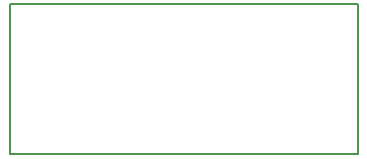
<source format=gbr>
G04 #@! TF.FileFunction,Profile,NP*
%FSLAX46Y46*%
G04 Gerber Fmt 4.6, Leading zero omitted, Abs format (unit mm)*
G04 Created by KiCad (PCBNEW 4.0.1-stable) date 2016/02/12 11:32:30*
%MOMM*%
G01*
G04 APERTURE LIST*
%ADD10C,0.100000*%
%ADD11C,0.150000*%
G04 APERTURE END LIST*
D10*
D11*
X156210000Y-99568000D02*
X156210000Y-86868000D01*
X126746000Y-99568000D02*
X156210000Y-99568000D01*
X126746000Y-86868000D02*
X126746000Y-99568000D01*
X156210000Y-86868000D02*
X126746000Y-86868000D01*
M02*

</source>
